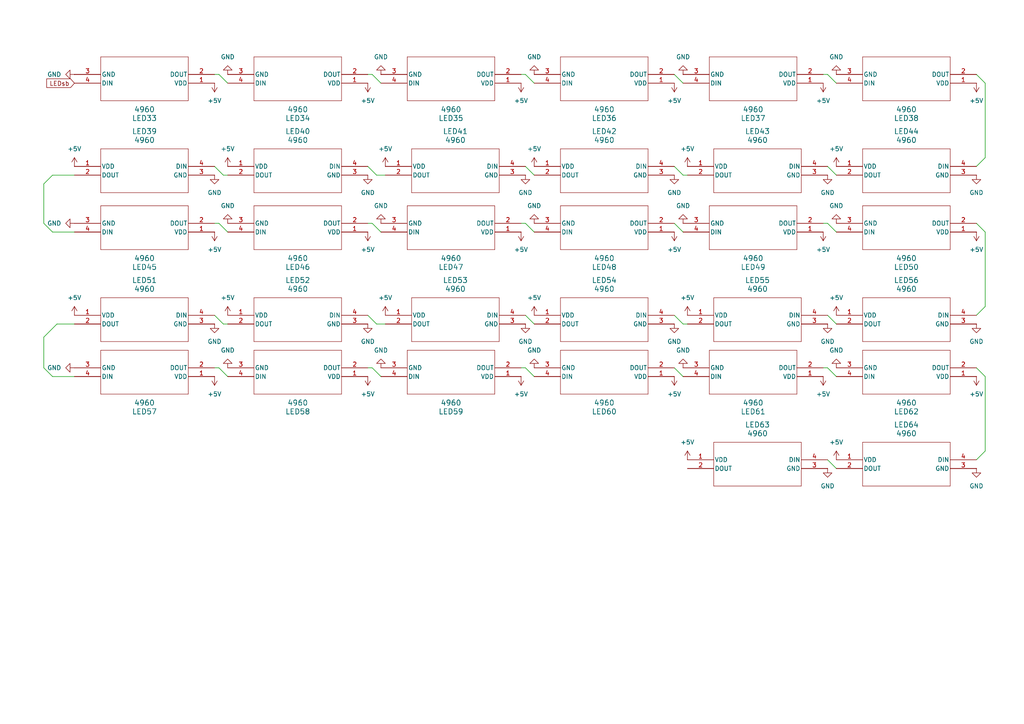
<source format=kicad_sch>
(kicad_sch (version 20250114) (generator "eeschema") (generator_version "9.0")
  (paper "A4")
  (lib_symbols
    (symbol "leds:4960" (pin_names (offset 0.254))
      (property "Reference" "LED" (at 20.32 10.16 0))
      (property "Value" "4960" (at 20.32 7.62 0))
      (symbol "4960_0_1"
        (polyline (pts (xy 7.62 5.08) (xy 7.62 -7.62)) (stroke (width 0.127)))
        (polyline (pts (xy 7.62 -7.62) (xy 33.02 -7.62)) (stroke (width 0.127)))
        (polyline (pts (xy 33.02 5.08) (xy 7.62 5.08)) (stroke (width 0.127)))
        (polyline (pts (xy 33.02 -7.62) (xy 33.02 5.08)) (stroke (width 0.127)))
        (pin power_in line (at 0 0 0) (length 7.62) (name "VDD") (number "1"))
        (pin output line (at 0 -2.54 0) (length 7.62) (name "DOUT") (number "2"))
        (pin input line (at 40.64 0 180) (length 7.62) (name "DIN") (number "4"))
        (pin power_out line (at 40.64 -2.54 180) (length 7.62) (name "GND") (number "3"))
      )
    )
    (symbol "power:+5V" (power) (pin_numbers (hide yes)) (pin_names (offset 0) (hide yes))
      (property "Value" "+5V" (at 0 3.556 0))
      (symbol "+5V_0_1"
        (polyline (pts (xy -0.762 1.27) (xy 0 2.54)))
        (polyline (pts (xy 0 2.54) (xy 0.762 1.27)))
        (polyline (pts (xy 0 0) (xy 0 2.54)))
      )
      (symbol "+5V_1_1"
        (pin power_in line (at 0 0 90) (length 0) (name "~") (number "1"))
      )
    )
    (symbol "power:GND" (power) (pin_numbers (hide yes)) (pin_names (offset 0) (hide yes))
      (property "Value" "GND" (at 0 -3.81 0))
      (symbol "GND_0_1"
        (polyline (pts (xy 0 0) (xy 0 -1.27) (xy 1.27 -1.27) (xy 0 -2.54) (xy -1.27 -1.27) (xy 0 -1.27)))
      )
      (symbol "GND_1_1"
        (pin power_in line (at 0 0 270) (length 0) (name "~") (number "1"))
      )
    )
  )
  (wire (pts (xy 15.24 50.8) (xy 12.7 53.34)))
  (wire (pts (xy 66.04 50.8) (xy 64.77 50.8)))
  (wire (pts (xy 195.58 64.77) (xy 198.12 67.31)))
  (wire (pts (xy 12.7 53.34) (xy 12.7 64.77)))
  (wire (pts (xy 63.5 64.77) (xy 66.04 67.31)))
  (wire (pts (xy 285.75 130.81) (xy 283.21 133.35)))
  (wire (pts (xy 12.7 106.68) (xy 15.24 109.22)))
  (wire (pts (xy 240.03 64.77) (xy 242.57 67.31)))
  (wire (pts (xy 285.75 109.22) (xy 285.75 130.81)))
  (wire (pts (xy 151.13 21.59) (xy 152.4 21.59)))
  (wire (pts (xy 238.76 64.77) (xy 240.03 64.77)))
  (wire (pts (xy 285.75 88.9) (xy 283.21 91.44)))
  (wire (pts (xy 152.4 64.77) (xy 154.94 67.31)))
  (wire (pts (xy 106.68 48.26) (xy 109.22 50.8)))
  (wire (pts (xy 242.57 50.8) (xy 240.03 48.26)))
  (wire (pts (xy 151.13 106.68) (xy 152.4 106.68)))
  (wire (pts (xy 64.77 50.8) (xy 62.23 48.26)))
  (wire (pts (xy 152.4 21.59) (xy 154.94 24.13)))
  (wire (pts (xy 66.04 93.98) (xy 64.77 93.98)))
  (wire (pts (xy 240.03 21.59) (xy 242.57 24.13)))
  (wire (pts (xy 285.75 24.13) (xy 285.75 45.72)))
  (wire (pts (xy 107.95 64.77) (xy 110.49 67.31)))
  (wire (pts (xy 62.23 106.68) (xy 63.5 106.68)))
  (wire (pts (xy 62.23 64.77) (xy 63.5 64.77)))
  (wire (pts (xy 106.68 91.44) (xy 109.22 93.98)))
  (wire (pts (xy 62.23 21.59) (xy 63.5 21.59)))
  (wire (pts (xy 242.57 135.89) (xy 240.03 133.35)))
  (wire (pts (xy 151.13 64.77) (xy 152.4 64.77)))
  (wire (pts (xy 154.94 93.98) (xy 152.4 91.44)))
  (wire (pts (xy 106.68 21.59) (xy 107.95 21.59)))
  (wire (pts (xy 21.59 93.98) (xy 16.51 93.98)))
  (wire (pts (xy 238.76 106.68) (xy 240.03 106.68)))
  (wire (pts (xy 21.59 50.8) (xy 15.24 50.8)))
  (wire (pts (xy 15.24 109.22) (xy 21.59 109.22)))
  (wire (pts (xy 152.4 106.68) (xy 154.94 109.22)))
  (wire (pts (xy 12.7 97.79) (xy 12.7 106.68)))
  (wire (pts (xy 63.5 21.59) (xy 66.04 24.13)))
  (wire (pts (xy 238.76 21.59) (xy 240.03 21.59)))
  (wire (pts (xy 198.12 93.98) (xy 195.58 91.44)))
  (wire (pts (xy 63.5 106.68) (xy 66.04 109.22)))
  (wire (pts (xy 283.21 21.59) (xy 285.75 24.13)))
  (wire (pts (xy 106.68 64.77) (xy 107.95 64.77)))
  (wire (pts (xy 195.58 106.68) (xy 198.12 109.22)))
  (wire (pts (xy 107.95 106.68) (xy 110.49 109.22)))
  (wire (pts (xy 240.03 106.68) (xy 242.57 109.22)))
  (wire (pts (xy 16.51 93.98) (xy 12.7 97.79)))
  (wire (pts (xy 15.24 67.31) (xy 21.59 67.31)))
  (wire (pts (xy 111.76 50.8) (xy 109.22 50.8)))
  (wire (pts (xy 285.75 67.31) (xy 285.75 88.9)))
  (wire (pts (xy 283.21 64.77) (xy 285.75 67.31)))
  (wire (pts (xy 199.39 50.8) (xy 198.12 50.8)))
  (wire (pts (xy 107.95 21.59) (xy 110.49 24.13)))
  (wire (pts (xy 199.39 93.98) (xy 198.12 93.98)))
  (wire (pts (xy 242.57 93.98) (xy 240.03 91.44)))
  (wire (pts (xy 283.21 106.68) (xy 285.75 109.22)))
  (wire (pts (xy 195.58 21.59) (xy 198.12 24.13)))
  (wire (pts (xy 154.94 50.8) (xy 152.4 48.26)))
  (wire (pts (xy 106.68 106.68) (xy 107.95 106.68)))
  (wire (pts (xy 64.77 93.98) (xy 62.23 91.44)))
  (wire (pts (xy 285.75 45.72) (xy 283.21 48.26)))
  (wire (pts (xy 12.7 64.77) (xy 15.24 67.31)))
  (wire (pts (xy 111.76 93.98) (xy 109.22 93.98)))
  (wire (pts (xy 198.12 50.8) (xy 195.58 48.26)))
  (global_label "LEDsb" (shape input) (at 21.59 24.13 180) (property "Intersheetrefs" "${INTERSHEET_REFS}" (effects (hide yes))))
  (symbol (lib_id "power:GND") (at 154.94 106.68 180) (unit 1)
    (property "Reference" "#PWR0167" (effects (hide yes)))
    (property "Value" "GND" (at 154.94 101.6 0))
    (property "Description" "Power symbol creates a global label with name \"GND\" , ground" (effects (hide yes)))
  )
  (symbol (lib_id "leds:4960") (at 21.59 91.44 0) (unit 1)
    (property "Reference" "LED51" (at 41.91 81.28 0) (effects (font (size 1.524 1.524))))
    (property "Value" "4960" (at 41.91 83.82 0) (effects (font (size 1.524 1.524))))
    (property "Footprint" "Custom Lib:4960_ADA" (effects (hide yes)))
    (property "Datasheet" "4960" (effects (hide yes)))
  )
  (symbol (lib_id "power:+5V") (at 238.76 24.13 180) (unit 1)
    (property "Reference" "#PWR0126" (effects (hide yes)))
    (property "Value" "+5V" (at 238.76 29.21 0))
    (property "Description" "Power symbol creates a global label with name \"+5V\"" (effects (hide yes)))
  )
  (symbol (lib_id "power:GND") (at 21.59 21.59 270) (unit 1)
    (property "Reference" "#PWR0116" (effects (hide yes)))
    (property "Value" "GND" (at 17.78 21.5901 90) (effects (justify right)))
    (property "Description" "Power symbol creates a global label with name \"GND\" , ground" (effects (hide yes)))
  )
  (symbol (lib_id "leds:4960") (at 106.68 67.31 180) (unit 1)
    (property "Reference" "LED46" (at 86.36 77.47 0) (effects (font (size 1.524 1.524))))
    (property "Value" "4960" (at 86.36 74.93 0) (effects (font (size 1.524 1.524))))
    (property "Footprint" "Custom Lib:4960_ADA" (effects (hide yes)))
    (property "Datasheet" "4960" (effects (hide yes)))
  )
  (symbol (lib_id "power:+5V") (at 151.13 24.13 180) (unit 1)
    (property "Reference" "#PWR0124" (effects (hide yes)))
    (property "Value" "+5V" (at 151.13 29.21 0))
    (property "Description" "Power symbol creates a global label with name \"+5V\"" (effects (hide yes)))
  )
  (symbol (lib_id "power:GND") (at 62.23 93.98 0) (unit 1)
    (property "Reference" "#PWR0158" (effects (hide yes)))
    (property "Value" "GND" (at 62.23 99.06 0))
    (property "Description" "Power symbol creates a global label with name \"GND\" , ground" (effects (hide yes)))
  )
  (symbol (lib_id "power:+5V") (at 106.68 67.31 180) (unit 1)
    (property "Reference" "#PWR0147" (effects (hide yes)))
    (property "Value" "+5V" (at 106.68 72.39 0))
    (property "Description" "Power symbol creates a global label with name \"+5V\"" (effects (hide yes)))
  )
  (symbol (lib_id "leds:4960") (at 238.76 109.22 180) (unit 1)
    (property "Reference" "LED61" (at 218.44 119.38 0) (effects (font (size 1.524 1.524))))
    (property "Value" "4960" (at 218.44 116.84 0) (effects (font (size 1.524 1.524))))
    (property "Footprint" "Custom Lib:4960_ADA" (effects (hide yes)))
    (property "Datasheet" "4960" (effects (hide yes)))
  )
  (symbol (lib_id "leds:4960") (at 154.94 91.44 0) (unit 1)
    (property "Reference" "LED54" (at 175.26 81.28 0) (effects (font (size 1.524 1.524))))
    (property "Value" "4960" (at 175.26 83.82 0) (effects (font (size 1.524 1.524))))
    (property "Footprint" "Custom Lib:4960_ADA" (effects (hide yes)))
    (property "Datasheet" "4960" (effects (hide yes)))
  )
  (symbol (lib_id "leds:4960") (at 62.23 109.22 180) (unit 1)
    (property "Reference" "LED57" (at 41.91 119.38 0) (effects (font (size 1.524 1.524))))
    (property "Value" "4960" (at 41.91 116.84 0) (effects (font (size 1.524 1.524))))
    (property "Footprint" "Custom Lib:4960_ADA" (effects (hide yes)))
    (property "Datasheet" "4960" (effects (hide yes)))
  )
  (symbol (lib_id "leds:4960") (at 154.94 48.26 0) (unit 1)
    (property "Reference" "LED42" (at 175.26 38.1 0) (effects (font (size 1.524 1.524))))
    (property "Value" "4960" (at 175.26 40.64 0) (effects (font (size 1.524 1.524))))
    (property "Footprint" "Custom Lib:4960_ADA" (effects (hide yes)))
    (property "Datasheet" "4960" (effects (hide yes)))
  )
  (symbol (lib_id "power:GND") (at 240.03 50.8 0) (unit 1)
    (property "Reference" "#PWR0138" (effects (hide yes)))
    (property "Value" "GND" (at 240.03 55.88 0))
    (property "Description" "Power symbol creates a global label with name \"GND\" , ground" (effects (hide yes)))
  )
  (symbol (lib_id "power:GND") (at 198.12 64.77 180) (unit 1)
    (property "Reference" "#PWR0144" (effects (hide yes)))
    (property "Value" "GND" (at 198.12 59.69 0))
    (property "Description" "Power symbol creates a global label with name \"GND\" , ground" (effects (hide yes)))
  )
  (symbol (lib_id "leds:4960") (at 195.58 109.22 180) (unit 1)
    (property "Reference" "LED60" (at 175.26 119.38 0) (effects (font (size 1.524 1.524))))
    (property "Value" "4960" (at 175.26 116.84 0) (effects (font (size 1.524 1.524))))
    (property "Footprint" "Custom Lib:4960_ADA" (effects (hide yes)))
    (property "Datasheet" "4960" (effects (hide yes)))
  )
  (symbol (lib_id "power:+5V") (at 151.13 67.31 180) (unit 1)
    (property "Reference" "#PWR0148" (effects (hide yes)))
    (property "Value" "+5V" (at 151.13 72.39 0))
    (property "Description" "Power symbol creates a global label with name \"+5V\"" (effects (hide yes)))
  )
  (symbol (lib_id "power:GND") (at 283.21 93.98 0) (unit 1)
    (property "Reference" "#PWR0163" (effects (hide yes)))
    (property "Value" "GND" (at 283.21 99.06 0))
    (property "Description" "Power symbol creates a global label with name \"GND\" , ground" (effects (hide yes)))
  )
  (symbol (lib_id "leds:4960") (at 199.39 133.35 0) (unit 1)
    (property "Reference" "LED63" (at 219.71 123.19 0) (effects (font (size 1.524 1.524))))
    (property "Value" "4960" (at 219.71 125.73 0) (effects (font (size 1.524 1.524))))
    (property "Footprint" "Custom Lib:4960_ADA" (effects (hide yes)))
    (property "Datasheet" "4960" (effects (hide yes)))
  )
  (symbol (lib_id "power:GND") (at 240.03 135.89 0) (unit 1)
    (property "Reference" "#PWR0178" (effects (hide yes)))
    (property "Value" "GND" (at 240.03 140.97 0))
    (property "Description" "Power symbol creates a global label with name \"GND\" , ground" (effects (hide yes)))
  )
  (symbol (lib_id "leds:4960") (at 66.04 48.26 0) (unit 1)
    (property "Reference" "LED40" (at 86.36 38.1 0) (effects (font (size 1.524 1.524))))
    (property "Value" "4960" (at 86.36 40.64 0) (effects (font (size 1.524 1.524))))
    (property "Footprint" "Custom Lib:4960_ADA" (effects (hide yes)))
    (property "Datasheet" "4960" (effects (hide yes)))
  )
  (symbol (lib_id "power:GND") (at 198.12 106.68 180) (unit 1)
    (property "Reference" "#PWR0168" (effects (hide yes)))
    (property "Value" "GND" (at 198.12 101.6 0))
    (property "Description" "Power symbol creates a global label with name \"GND\" , ground" (effects (hide yes)))
  )
  (symbol (lib_id "power:+5V") (at 21.59 48.26 0) (unit 1)
    (property "Reference" "#PWR0128" (effects (hide yes)))
    (property "Value" "+5V" (at 21.59 43.18 0))
    (property "Description" "Power symbol creates a global label with name \"+5V\"" (effects (hide yes)))
  )
  (symbol (lib_id "power:+5V") (at 66.04 48.26 0) (unit 1)
    (property "Reference" "#PWR0129" (effects (hide yes)))
    (property "Value" "+5V" (at 66.04 43.18 0))
    (property "Description" "Power symbol creates a global label with name \"+5V\"" (effects (hide yes)))
  )
  (symbol (lib_id "power:GND") (at 62.23 50.8 0) (unit 1)
    (property "Reference" "#PWR0134" (effects (hide yes)))
    (property "Value" "GND" (at 62.23 55.88 0))
    (property "Description" "Power symbol creates a global label with name \"GND\" , ground" (effects (hide yes)))
  )
  (symbol (lib_id "power:+5V") (at 242.57 133.35 0) (unit 1)
    (property "Reference" "#PWR0177" (effects (hide yes)))
    (property "Value" "+5V" (at 242.57 128.27 0))
    (property "Description" "Power symbol creates a global label with name \"+5V\"" (effects (hide yes)))
  )
  (symbol (lib_id "power:GND") (at 152.4 50.8 0) (unit 1)
    (property "Reference" "#PWR0136" (effects (hide yes)))
    (property "Value" "GND" (at 152.4 55.88 0))
    (property "Description" "Power symbol creates a global label with name \"GND\" , ground" (effects (hide yes)))
  )
  (symbol (lib_id "power:+5V") (at 283.21 24.13 180) (unit 1)
    (property "Reference" "#PWR0127" (effects (hide yes)))
    (property "Value" "+5V" (at 283.21 29.21 0))
    (property "Description" "Power symbol creates a global label with name \"+5V\"" (effects (hide yes)))
  )
  (symbol (lib_id "leds:4960") (at 242.57 48.26 0) (unit 1)
    (property "Reference" "LED44" (at 262.89 38.1 0) (effects (font (size 1.524 1.524))))
    (property "Value" "4960" (at 262.89 40.64 0) (effects (font (size 1.524 1.524))))
    (property "Footprint" "Custom Lib:4960_ADA" (effects (hide yes)))
    (property "Datasheet" "4960" (effects (hide yes)))
  )
  (symbol (lib_id "power:+5V") (at 199.39 48.26 0) (unit 1)
    (property "Reference" "#PWR0132" (effects (hide yes)))
    (property "Value" "+5V" (at 199.39 43.18 0))
    (property "Description" "Power symbol creates a global label with name \"+5V\"" (effects (hide yes)))
  )
  (symbol (lib_id "power:GND") (at 21.59 64.77 270) (unit 1)
    (property "Reference" "#PWR0140" (effects (hide yes)))
    (property "Value" "GND" (at 17.78 64.7701 90) (effects (justify right)))
    (property "Description" "Power symbol creates a global label with name \"GND\" , ground" (effects (hide yes)))
  )
  (symbol (lib_id "power:+5V") (at 199.39 133.35 0) (unit 1)
    (property "Reference" "#PWR0176" (effects (hide yes)))
    (property "Value" "+5V" (at 199.39 128.27 0))
    (property "Description" "Power symbol creates a global label with name \"+5V\"" (effects (hide yes)))
  )
  (symbol (lib_id "power:GND") (at 66.04 21.59 180) (unit 1)
    (property "Reference" "#PWR0117" (effects (hide yes)))
    (property "Value" "GND" (at 66.04 16.51 0))
    (property "Description" "Power symbol creates a global label with name \"GND\" , ground" (effects (hide yes)))
  )
  (symbol (lib_id "leds:4960") (at 62.23 24.13 180) (unit 1)
    (property "Reference" "LED33" (at 41.91 34.29 0) (effects (font (size 1.524 1.524))))
    (property "Value" "4960" (at 41.91 31.75 0) (effects (font (size 1.524 1.524))))
    (property "Footprint" "Custom Lib:4960_ADA" (effects (hide yes)))
    (property "Datasheet" "4960" (effects (hide yes)))
  )
  (symbol (lib_id "leds:4960") (at 242.57 91.44 0) (unit 1)
    (property "Reference" "LED56" (at 262.89 81.28 0) (effects (font (size 1.524 1.524))))
    (property "Value" "4960" (at 262.89 83.82 0) (effects (font (size 1.524 1.524))))
    (property "Footprint" "Custom Lib:4960_ADA" (effects (hide yes)))
    (property "Datasheet" "4960" (effects (hide yes)))
  )
  (symbol (lib_id "leds:4960") (at 111.76 91.44 0) (unit 1)
    (property "Reference" "LED53" (at 132.08 81.28 0) (effects (font (size 1.524 1.524))))
    (property "Value" "4960" (at 132.08 83.82 0) (effects (font (size 1.524 1.524))))
    (property "Footprint" "Custom Lib:4960_ADA" (effects (hide yes)))
    (property "Datasheet" "4960" (effects (hide yes)))
  )
  (symbol (lib_id "power:GND") (at 198.12 21.59 180) (unit 1)
    (property "Reference" "#PWR0120" (effects (hide yes)))
    (property "Value" "GND" (at 198.12 16.51 0))
    (property "Description" "Power symbol creates a global label with name \"GND\" , ground" (effects (hide yes)))
  )
  (symbol (lib_id "leds:4960") (at 106.68 109.22 180) (unit 1)
    (property "Reference" "LED58" (at 86.36 119.38 0) (effects (font (size 1.524 1.524))))
    (property "Value" "4960" (at 86.36 116.84 0) (effects (font (size 1.524 1.524))))
    (property "Footprint" "Custom Lib:4960_ADA" (effects (hide yes)))
    (property "Datasheet" "4960" (effects (hide yes)))
  )
  (symbol (lib_id "power:+5V") (at 106.68 24.13 180) (unit 1)
    (property "Reference" "#PWR0123" (effects (hide yes)))
    (property "Value" "+5V" (at 106.68 29.21 0))
    (property "Description" "Power symbol creates a global label with name \"+5V\"" (effects (hide yes)))
  )
  (symbol (lib_id "power:+5V") (at 199.39 91.44 0) (unit 1)
    (property "Reference" "#PWR0156" (effects (hide yes)))
    (property "Value" "+5V" (at 199.39 86.36 0))
    (property "Description" "Power symbol creates a global label with name \"+5V\"" (effects (hide yes)))
  )
  (symbol (lib_id "leds:4960") (at 283.21 24.13 180) (unit 1)
    (property "Reference" "LED38" (at 262.89 34.29 0) (effects (font (size 1.524 1.524))))
    (property "Value" "4960" (at 262.89 31.75 0) (effects (font (size 1.524 1.524))))
    (property "Footprint" "Custom Lib:4960_ADA" (effects (hide yes)))
    (property "Datasheet" "4960" (effects (hide yes)))
  )
  (symbol (lib_id "power:GND") (at 110.49 106.68 180) (unit 1)
    (property "Reference" "#PWR0166" (effects (hide yes)))
    (property "Value" "GND" (at 110.49 101.6 0))
    (property "Description" "Power symbol creates a global label with name \"GND\" , ground" (effects (hide yes)))
  )
  (symbol (lib_id "power:+5V") (at 195.58 67.31 180) (unit 1)
    (property "Reference" "#PWR0149" (effects (hide yes)))
    (property "Value" "+5V" (at 195.58 72.39 0))
    (property "Description" "Power symbol creates a global label with name \"+5V\"" (effects (hide yes)))
  )
  (symbol (lib_id "leds:4960") (at 199.39 91.44 0) (unit 1)
    (property "Reference" "LED55" (at 219.71 81.28 0) (effects (font (size 1.524 1.524))))
    (property "Value" "4960" (at 219.71 83.82 0) (effects (font (size 1.524 1.524))))
    (property "Footprint" "Custom Lib:4960_ADA" (effects (hide yes)))
    (property "Datasheet" "4960" (effects (hide yes)))
  )
  (symbol (lib_id "power:GND") (at 154.94 64.77 180) (unit 1)
    (property "Reference" "#PWR0143" (effects (hide yes)))
    (property "Value" "GND" (at 154.94 59.69 0))
    (property "Description" "Power symbol creates a global label with name \"GND\" , ground" (effects (hide yes)))
  )
  (symbol (lib_id "leds:4960") (at 195.58 67.31 180) (unit 1)
    (property "Reference" "LED48" (at 175.26 77.47 0) (effects (font (size 1.524 1.524))))
    (property "Value" "4960" (at 175.26 74.93 0) (effects (font (size 1.524 1.524))))
    (property "Footprint" "Custom Lib:4960_ADA" (effects (hide yes)))
    (property "Datasheet" "4960" (effects (hide yes)))
  )
  (symbol (lib_id "power:+5V") (at 154.94 48.26 0) (unit 1)
    (property "Reference" "#PWR0131" (effects (hide yes)))
    (property "Value" "+5V" (at 154.94 43.18 0))
    (property "Description" "Power symbol creates a global label with name \"+5V\"" (effects (hide yes)))
  )
  (symbol (lib_id "leds:4960") (at 283.21 109.22 180) (unit 1)
    (property "Reference" "LED62" (at 262.89 119.38 0) (effects (font (size 1.524 1.524))))
    (property "Value" "4960" (at 262.89 116.84 0) (effects (font (size 1.524 1.524))))
    (property "Footprint" "Custom Lib:4960_ADA" (effects (hide yes)))
    (property "Datasheet" "4960" (effects (hide yes)))
  )
  (symbol (lib_id "leds:4960") (at 62.23 67.31 180) (unit 1)
    (property "Reference" "LED45" (at 41.91 77.47 0) (effects (font (size 1.524 1.524))))
    (property "Value" "4960" (at 41.91 74.93 0) (effects (font (size 1.524 1.524))))
    (property "Footprint" "Custom Lib:4960_ADA" (effects (hide yes)))
    (property "Datasheet" "4960" (effects (hide yes)))
  )
  (symbol (lib_id "leds:4960") (at 151.13 67.31 180) (unit 1)
    (property "Reference" "LED47" (at 130.81 77.47 0) (effects (font (size 1.524 1.524))))
    (property "Value" "4960" (at 130.81 74.93 0) (effects (font (size 1.524 1.524))))
    (property "Footprint" "Custom Lib:4960_ADA" (effects (hide yes)))
    (property "Datasheet" "4960" (effects (hide yes)))
  )
  (symbol (lib_id "power:GND") (at 195.58 50.8 0) (unit 1)
    (property "Reference" "#PWR0137" (effects (hide yes)))
    (property "Value" "GND" (at 195.58 55.88 0))
    (property "Description" "Power symbol creates a global label with name \"GND\" , ground" (effects (hide yes)))
  )
  (symbol (lib_id "power:GND") (at 242.57 106.68 180) (unit 1)
    (property "Reference" "#PWR0169" (effects (hide yes)))
    (property "Value" "GND" (at 242.57 101.6 0))
    (property "Description" "Power symbol creates a global label with name \"GND\" , ground" (effects (hide yes)))
  )
  (symbol (lib_id "power:+5V") (at 238.76 109.22 180) (unit 1)
    (property "Reference" "#PWR0174" (effects (hide yes)))
    (property "Value" "+5V" (at 238.76 114.3 0))
    (property "Description" "Power symbol creates a global label with name \"+5V\"" (effects (hide yes)))
  )
  (symbol (lib_id "power:GND") (at 242.57 64.77 180) (unit 1)
    (property "Reference" "#PWR0145" (effects (hide yes)))
    (property "Value" "GND" (at 242.57 59.69 0))
    (property "Description" "Power symbol creates a global label with name \"GND\" , ground" (effects (hide yes)))
  )
  (symbol (lib_id "power:+5V") (at 283.21 67.31 180) (unit 1)
    (property "Reference" "#PWR0151" (effects (hide yes)))
    (property "Value" "+5V" (at 283.21 72.39 0))
    (property "Description" "Power symbol creates a global label with name \"+5V\"" (effects (hide yes)))
  )
  (symbol (lib_id "leds:4960") (at 106.68 24.13 180) (unit 1)
    (property "Reference" "LED34" (at 86.36 34.29 0) (effects (font (size 1.524 1.524))))
    (property "Value" "4960" (at 86.36 31.75 0) (effects (font (size 1.524 1.524))))
    (property "Footprint" "Custom Lib:4960_ADA" (effects (hide yes)))
    (property "Datasheet" "4960" (effects (hide yes)))
  )
  (symbol (lib_id "leds:4960") (at 238.76 67.31 180) (unit 1)
    (property "Reference" "LED49" (at 218.44 77.47 0) (effects (font (size 1.524 1.524))))
    (property "Value" "4960" (at 218.44 74.93 0) (effects (font (size 1.524 1.524))))
    (property "Footprint" "Custom Lib:4960_ADA" (effects (hide yes)))
    (property "Datasheet" "4960" (effects (hide yes)))
  )
  (symbol (lib_id "power:+5V") (at 111.76 91.44 0) (unit 1)
    (property "Reference" "#PWR0154" (effects (hide yes)))
    (property "Value" "+5V" (at 111.76 86.36 0))
    (property "Description" "Power symbol creates a global label with name \"+5V\"" (effects (hide yes)))
  )
  (symbol (lib_id "leds:4960") (at 151.13 24.13 180) (unit 1)
    (property "Reference" "LED35" (at 130.81 34.29 0) (effects (font (size 1.524 1.524))))
    (property "Value" "4960" (at 130.81 31.75 0) (effects (font (size 1.524 1.524))))
    (property "Footprint" "Custom Lib:4960_ADA" (effects (hide yes)))
    (property "Datasheet" "4960" (effects (hide yes)))
  )
  (symbol (lib_id "power:GND") (at 154.94 21.59 180) (unit 1)
    (property "Reference" "#PWR0119" (effects (hide yes)))
    (property "Value" "GND" (at 154.94 16.51 0))
    (property "Description" "Power symbol creates a global label with name \"GND\" , ground" (effects (hide yes)))
  )
  (symbol (lib_id "leds:4960") (at 111.76 48.26 0) (unit 1)
    (property "Reference" "LED41" (at 132.08 38.1 0) (effects (font (size 1.524 1.524))))
    (property "Value" "4960" (at 132.08 40.64 0) (effects (font (size 1.524 1.524))))
    (property "Footprint" "Custom Lib:4960_ADA" (effects (hide yes)))
    (property "Datasheet" "4960" (effects (hide yes)))
  )
  (symbol (lib_id "power:+5V") (at 238.76 67.31 180) (unit 1)
    (property "Reference" "#PWR0150" (effects (hide yes)))
    (property "Value" "+5V" (at 238.76 72.39 0))
    (property "Description" "Power symbol creates a global label with name \"+5V\"" (effects (hide yes)))
  )
  (symbol (lib_id "leds:4960") (at 283.21 67.31 180) (unit 1)
    (property "Reference" "LED50" (at 262.89 77.47 0) (effects (font (size 1.524 1.524))))
    (property "Value" "4960" (at 262.89 74.93 0) (effects (font (size 1.524 1.524))))
    (property "Footprint" "Custom Lib:4960_ADA" (effects (hide yes)))
    (property "Datasheet" "4960" (effects (hide yes)))
  )
  (symbol (lib_id "power:+5V") (at 242.57 48.26 0) (unit 1)
    (property "Reference" "#PWR0133" (effects (hide yes)))
    (property "Value" "+5V" (at 242.57 43.18 0))
    (property "Description" "Power symbol creates a global label with name \"+5V\"" (effects (hide yes)))
  )
  (symbol (lib_id "power:+5V") (at 283.21 109.22 180) (unit 1)
    (property "Reference" "#PWR0175" (effects (hide yes)))
    (property "Value" "+5V" (at 283.21 114.3 0))
    (property "Description" "Power symbol creates a global label with name \"+5V\"" (effects (hide yes)))
  )
  (symbol (lib_id "power:+5V") (at 154.94 91.44 0) (unit 1)
    (property "Reference" "#PWR0155" (effects (hide yes)))
    (property "Value" "+5V" (at 154.94 86.36 0))
    (property "Description" "Power symbol creates a global label with name \"+5V\"" (effects (hide yes)))
  )
  (symbol (lib_id "power:GND") (at 240.03 93.98 0) (unit 1)
    (property "Reference" "#PWR0162" (effects (hide yes)))
    (property "Value" "GND" (at 240.03 99.06 0))
    (property "Description" "Power symbol creates a global label with name \"GND\" , ground" (effects (hide yes)))
  )
  (symbol (lib_id "power:GND") (at 242.57 21.59 180) (unit 1)
    (property "Reference" "#PWR0121" (effects (hide yes)))
    (property "Value" "GND" (at 242.57 16.51 0))
    (property "Description" "Power symbol creates a global label with name \"GND\" , ground" (effects (hide yes)))
  )
  (symbol (lib_id "power:GND") (at 152.4 93.98 0) (unit 1)
    (property "Reference" "#PWR0160" (effects (hide yes)))
    (property "Value" "GND" (at 152.4 99.06 0))
    (property "Description" "Power symbol creates a global label with name \"GND\" , ground" (effects (hide yes)))
  )
  (symbol (lib_id "leds:4960") (at 21.59 48.26 0) (unit 1)
    (property "Reference" "LED39" (at 41.91 38.1 0) (effects (font (size 1.524 1.524))))
    (property "Value" "4960" (at 41.91 40.64 0) (effects (font (size 1.524 1.524))))
    (property "Footprint" "Custom Lib:4960_ADA" (effects (hide yes)))
    (property "Datasheet" "4960" (effects (hide yes)))
  )
  (symbol (lib_id "power:+5V") (at 195.58 24.13 180) (unit 1)
    (property "Reference" "#PWR0125" (effects (hide yes)))
    (property "Value" "+5V" (at 195.58 29.21 0))
    (property "Description" "Power symbol creates a global label with name \"+5V\"" (effects (hide yes)))
  )
  (symbol (lib_id "power:+5V") (at 62.23 109.22 180) (unit 1)
    (property "Reference" "#PWR0170" (effects (hide yes)))
    (property "Value" "+5V" (at 62.23 114.3 0))
    (property "Description" "Power symbol creates a global label with name \"+5V\"" (effects (hide yes)))
  )
  (symbol (lib_id "power:GND") (at 66.04 64.77 180) (unit 1)
    (property "Reference" "#PWR0141" (effects (hide yes)))
    (property "Value" "GND" (at 66.04 59.69 0))
    (property "Description" "Power symbol creates a global label with name \"GND\" , ground" (effects (hide yes)))
  )
  (symbol (lib_id "power:GND") (at 283.21 50.8 0) (unit 1)
    (property "Reference" "#PWR0139" (effects (hide yes)))
    (property "Value" "GND" (at 283.21 55.88 0))
    (property "Description" "Power symbol creates a global label with name \"GND\" , ground" (effects (hide yes)))
  )
  (symbol (lib_id "power:+5V") (at 242.57 91.44 0) (unit 1)
    (property "Reference" "#PWR0157" (effects (hide yes)))
    (property "Value" "+5V" (at 242.57 86.36 0))
    (property "Description" "Power symbol creates a global label with name \"+5V\"" (effects (hide yes)))
  )
  (symbol (lib_id "power:GND") (at 195.58 93.98 0) (unit 1)
    (property "Reference" "#PWR0161" (effects (hide yes)))
    (property "Value" "GND" (at 195.58 99.06 0))
    (property "Description" "Power symbol creates a global label with name \"GND\" , ground" (effects (hide yes)))
  )
  (symbol (lib_id "leds:4960") (at 199.39 48.26 0) (unit 1)
    (property "Reference" "LED43" (at 219.71 38.1 0) (effects (font (size 1.524 1.524))))
    (property "Value" "4960" (at 219.71 40.64 0) (effects (font (size 1.524 1.524))))
    (property "Footprint" "Custom Lib:4960_ADA" (effects (hide yes)))
    (property "Datasheet" "4960" (effects (hide yes)))
  )
  (symbol (lib_id "power:+5V") (at 195.58 109.22 180) (unit 1)
    (property "Reference" "#PWR0173" (effects (hide yes)))
    (property "Value" "+5V" (at 195.58 114.3 0))
    (property "Description" "Power symbol creates a global label with name \"+5V\"" (effects (hide yes)))
  )
  (symbol (lib_id "power:GND") (at 66.04 106.68 180) (unit 1)
    (property "Reference" "#PWR0165" (effects (hide yes)))
    (property "Value" "GND" (at 66.04 101.6 0))
    (property "Description" "Power symbol creates a global label with name \"GND\" , ground" (effects (hide yes)))
  )
  (symbol (lib_id "leds:4960") (at 66.04 91.44 0) (unit 1)
    (property "Reference" "LED52" (at 86.36 81.28 0) (effects (font (size 1.524 1.524))))
    (property "Value" "4960" (at 86.36 83.82 0) (effects (font (size 1.524 1.524))))
    (property "Footprint" "Custom Lib:4960_ADA" (effects (hide yes)))
    (property "Datasheet" "4960" (effects (hide yes)))
  )
  (symbol (lib_id "power:+5V") (at 62.23 67.31 180) (unit 1)
    (property "Reference" "#PWR0146" (effects (hide yes)))
    (property "Value" "+5V" (at 62.23 72.39 0))
    (property "Description" "Power symbol creates a global label with name \"+5V\"" (effects (hide yes)))
  )
  (symbol (lib_id "leds:4960") (at 238.76 24.13 180) (unit 1)
    (property "Reference" "LED37" (at 218.44 34.29 0) (effects (font (size 1.524 1.524))))
    (property "Value" "4960" (at 218.44 31.75 0) (effects (font (size 1.524 1.524))))
    (property "Footprint" "Custom Lib:4960_ADA" (effects (hide yes)))
    (property "Datasheet" "4960" (effects (hide yes)))
  )
  (symbol (lib_id "leds:4960") (at 242.57 133.35 0) (unit 1)
    (property "Reference" "LED64" (at 262.89 123.19 0) (effects (font (size 1.524 1.524))))
    (property "Value" "4960" (at 262.89 125.73 0) (effects (font (size 1.524 1.524))))
    (property "Footprint" "Custom Lib:4960_ADA" (effects (hide yes)))
    (property "Datasheet" "4960" (effects (hide yes)))
  )
  (symbol (lib_id "power:+5V") (at 21.59 91.44 0) (unit 1)
    (property "Reference" "#PWR0152" (effects (hide yes)))
    (property "Value" "+5V" (at 21.59 86.36 0))
    (property "Description" "Power symbol creates a global label with name \"+5V\"" (effects (hide yes)))
  )
  (symbol (lib_id "power:GND") (at 106.68 50.8 0) (unit 1)
    (property "Reference" "#PWR0135" (effects (hide yes)))
    (property "Value" "GND" (at 106.68 55.88 0))
    (property "Description" "Power symbol creates a global label with name \"GND\" , ground" (effects (hide yes)))
  )
  (symbol (lib_id "power:GND") (at 21.59 106.68 270) (unit 1)
    (property "Reference" "#PWR0164" (effects (hide yes)))
    (property "Value" "GND" (at 17.78 106.6801 90) (effects (justify right)))
    (property "Description" "Power symbol creates a global label with name \"GND\" , ground" (effects (hide yes)))
  )
  (symbol (lib_id "power:+5V") (at 66.04 91.44 0) (unit 1)
    (property "Reference" "#PWR0153" (effects (hide yes)))
    (property "Value" "+5V" (at 66.04 86.36 0))
    (property "Description" "Power symbol creates a global label with name \"+5V\"" (effects (hide yes)))
  )
  (symbol (lib_id "leds:4960") (at 195.58 24.13 180) (unit 1)
    (property "Reference" "LED36" (at 175.26 34.29 0) (effects (font (size 1.524 1.524))))
    (property "Value" "4960" (at 175.26 31.75 0) (effects (font (size 1.524 1.524))))
    (property "Footprint" "Custom Lib:4960_ADA" (effects (hide yes)))
    (property "Datasheet" "4960" (effects (hide yes)))
  )
  (symbol (lib_id "leds:4960") (at 151.13 109.22 180) (unit 1)
    (property "Reference" "LED59" (at 130.81 119.38 0) (effects (font (size 1.524 1.524))))
    (property "Value" "4960" (at 130.81 116.84 0) (effects (font (size 1.524 1.524))))
    (property "Footprint" "Custom Lib:4960_ADA" (effects (hide yes)))
    (property "Datasheet" "4960" (effects (hide yes)))
  )
  (symbol (lib_id "power:+5V") (at 111.76 48.26 0) (unit 1)
    (property "Reference" "#PWR0130" (effects (hide yes)))
    (property "Value" "+5V" (at 111.76 43.18 0))
    (property "Description" "Power symbol creates a global label with name \"+5V\"" (effects (hide yes)))
  )
  (symbol (lib_id "power:GND") (at 283.21 135.89 0) (unit 1)
    (property "Reference" "#PWR0179" (effects (hide yes)))
    (property "Value" "GND" (at 283.21 140.97 0))
    (property "Description" "Power symbol creates a global label with name \"GND\" , ground" (effects (hide yes)))
  )
  (symbol (lib_id "power:+5V") (at 151.13 109.22 180) (unit 1)
    (property "Reference" "#PWR0172" (effects (hide yes)))
    (property "Value" "+5V" (at 151.13 114.3 0))
    (property "Description" "Power symbol creates a global label with name \"+5V\"" (effects (hide yes)))
  )
  (symbol (lib_id "power:GND") (at 106.68 93.98 0) (unit 1)
    (property "Reference" "#PWR0159" (effects (hide yes)))
    (property "Value" "GND" (at 106.68 99.06 0))
    (property "Description" "Power symbol creates a global label with name \"GND\" , ground" (effects (hide yes)))
  )
  (symbol (lib_id "power:GND") (at 110.49 21.59 180) (unit 1)
    (property "Reference" "#PWR0118" (effects (hide yes)))
    (property "Value" "GND" (at 110.49 16.51 0))
    (property "Description" "Power symbol creates a global label with name \"GND\" , ground" (effects (hide yes)))
  )
  (symbol (lib_id "power:+5V") (at 106.68 109.22 180) (unit 1)
    (property "Reference" "#PWR0171" (effects (hide yes)))
    (property "Value" "+5V" (at 106.68 114.3 0))
    (property "Description" "Power symbol creates a global label with name \"+5V\"" (effects (hide yes)))
  )
  (symbol (lib_id "power:+5V") (at 62.23 24.13 180) (unit 1)
    (property "Reference" "#PWR0122" (effects (hide yes)))
    (property "Value" "+5V" (at 62.23 29.21 0))
    (property "Description" "Power symbol creates a global label with name \"+5V\"" (effects (hide yes)))
  )
  (symbol (lib_id "power:GND") (at 110.49 64.77 180) (unit 1)
    (property "Reference" "#PWR0142" (effects (hide yes)))
    (property "Value" "GND" (at 110.49 59.69 0))
    (property "Description" "Power symbol creates a global label with name \"GND\" , ground" (effects (hide yes)))
  )
)
</source>
